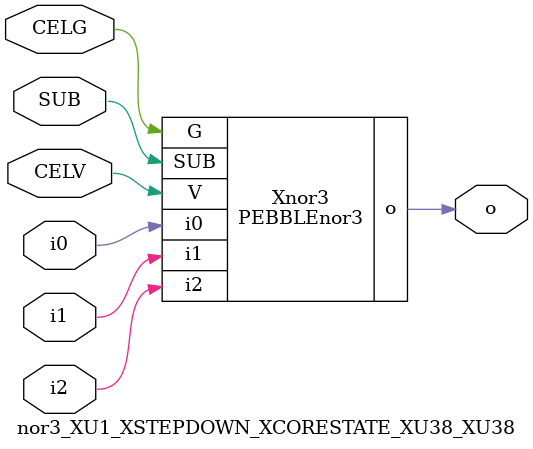
<source format=v>



module PEBBLEnor3 ( o, G, SUB, V, i0, i1, i2 );

  input i0;
  input V;
  input i2;
  input i1;
  input G;
  output o;
  input SUB;
endmodule

//Celera Confidential Do Not Copy nor3_XU1_XSTEPDOWN_XCORESTATE_XU38_XU38
//Celera Confidential Symbol Generator
//NOR3
module nor3_XU1_XSTEPDOWN_XCORESTATE_XU38_XU38 (CELV,CELG,i0,i1,i2,o,SUB);
input CELV;
input CELG;
input i0;
input i1;
input i2;
input SUB;
output o;

//Celera Confidential Do Not Copy nor3
PEBBLEnor3 Xnor3(
.V (CELV),
.i0 (i0),
.i1 (i1),
.i2 (i2),
.o (o),
.SUB (SUB),
.G (CELG)
);
//,diesize,PEBBLEnor3

//Celera Confidential Do Not Copy Module End
//Celera Schematic Generator
endmodule

</source>
